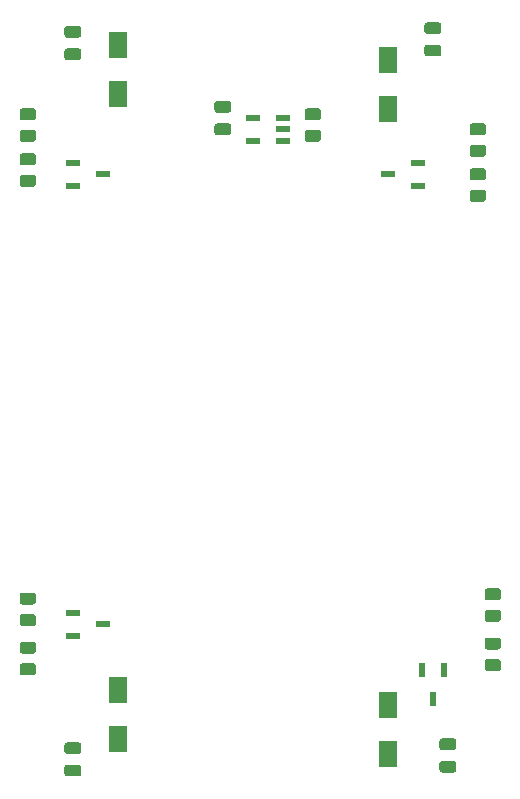
<source format=gbr>
%TF.GenerationSoftware,KiCad,Pcbnew,5.1.7-a382d34a8~88~ubuntu18.04.1*%
%TF.CreationDate,2021-04-24T17:29:33+03:00*%
%TF.ProjectId,quadimodo_pcb,71756164-696d-46f6-946f-5f7063622e6b,rev?*%
%TF.SameCoordinates,Original*%
%TF.FileFunction,Paste,Top*%
%TF.FilePolarity,Positive*%
%FSLAX46Y46*%
G04 Gerber Fmt 4.6, Leading zero omitted, Abs format (unit mm)*
G04 Created by KiCad (PCBNEW 5.1.7-a382d34a8~88~ubuntu18.04.1) date 2021-04-24 17:29:33*
%MOMM*%
%LPD*%
G01*
G04 APERTURE LIST*
%ADD10R,1.550000X2.200000*%
%ADD11R,1.200000X0.600000*%
%ADD12R,0.600000X1.200000*%
%ADD13R,1.210000X0.590000*%
G04 APERTURE END LIST*
D10*
%TO.C,D5*%
X36830000Y-29700000D03*
X36830000Y-33800000D03*
%TD*%
%TO.C,D4*%
X36830000Y-88410000D03*
X36830000Y-84310000D03*
%TD*%
%TO.C,D3*%
X59690000Y-30970000D03*
X59690000Y-35070000D03*
%TD*%
%TO.C,D2*%
X59690000Y-89680000D03*
X59690000Y-85580000D03*
%TD*%
D11*
%TO.C,Q4*%
X33040000Y-39690000D03*
X33040000Y-41590000D03*
X35540000Y-40640000D03*
%TD*%
%TO.C,Q3*%
X33040000Y-77790000D03*
X33040000Y-79690000D03*
X35540000Y-78740000D03*
%TD*%
%TO.C,Q2*%
X59710000Y-40640000D03*
X62210000Y-39690000D03*
X62210000Y-41590000D03*
%TD*%
D12*
%TO.C,Q1*%
X64450000Y-82570000D03*
X62550000Y-82570000D03*
X63500000Y-85070000D03*
%TD*%
D13*
%TO.C,U2*%
X50785000Y-37780000D03*
X50785000Y-36830000D03*
X50785000Y-35880000D03*
X48275000Y-35880000D03*
X48275000Y-37780000D03*
%TD*%
%TO.C,R9*%
G36*
G01*
X53790002Y-36072500D02*
X52889998Y-36072500D01*
G75*
G02*
X52640000Y-35822502I0J249998D01*
G01*
X52640000Y-35297498D01*
G75*
G02*
X52889998Y-35047500I249998J0D01*
G01*
X53790002Y-35047500D01*
G75*
G02*
X54040000Y-35297498I0J-249998D01*
G01*
X54040000Y-35822502D01*
G75*
G02*
X53790002Y-36072500I-249998J0D01*
G01*
G37*
G36*
G01*
X53790002Y-37897500D02*
X52889998Y-37897500D01*
G75*
G02*
X52640000Y-37647502I0J249998D01*
G01*
X52640000Y-37122498D01*
G75*
G02*
X52889998Y-36872500I249998J0D01*
G01*
X53790002Y-36872500D01*
G75*
G02*
X54040000Y-37122498I0J-249998D01*
G01*
X54040000Y-37647502D01*
G75*
G02*
X53790002Y-37897500I-249998J0D01*
G01*
G37*
%TD*%
%TO.C,C7*%
G36*
G01*
X33495000Y-29080000D02*
X32545000Y-29080000D01*
G75*
G02*
X32295000Y-28830000I0J250000D01*
G01*
X32295000Y-28330000D01*
G75*
G02*
X32545000Y-28080000I250000J0D01*
G01*
X33495000Y-28080000D01*
G75*
G02*
X33745000Y-28330000I0J-250000D01*
G01*
X33745000Y-28830000D01*
G75*
G02*
X33495000Y-29080000I-250000J0D01*
G01*
G37*
G36*
G01*
X33495000Y-30980000D02*
X32545000Y-30980000D01*
G75*
G02*
X32295000Y-30730000I0J250000D01*
G01*
X32295000Y-30230000D01*
G75*
G02*
X32545000Y-29980000I250000J0D01*
G01*
X33495000Y-29980000D01*
G75*
G02*
X33745000Y-30230000I0J-250000D01*
G01*
X33745000Y-30730000D01*
G75*
G02*
X33495000Y-30980000I-250000J0D01*
G01*
G37*
%TD*%
%TO.C,C6*%
G36*
G01*
X32545000Y-90620000D02*
X33495000Y-90620000D01*
G75*
G02*
X33745000Y-90870000I0J-250000D01*
G01*
X33745000Y-91370000D01*
G75*
G02*
X33495000Y-91620000I-250000J0D01*
G01*
X32545000Y-91620000D01*
G75*
G02*
X32295000Y-91370000I0J250000D01*
G01*
X32295000Y-90870000D01*
G75*
G02*
X32545000Y-90620000I250000J0D01*
G01*
G37*
G36*
G01*
X32545000Y-88720000D02*
X33495000Y-88720000D01*
G75*
G02*
X33745000Y-88970000I0J-250000D01*
G01*
X33745000Y-89470000D01*
G75*
G02*
X33495000Y-89720000I-250000J0D01*
G01*
X32545000Y-89720000D01*
G75*
G02*
X32295000Y-89470000I0J250000D01*
G01*
X32295000Y-88970000D01*
G75*
G02*
X32545000Y-88720000I250000J0D01*
G01*
G37*
%TD*%
%TO.C,C5*%
G36*
G01*
X63975000Y-28760000D02*
X63025000Y-28760000D01*
G75*
G02*
X62775000Y-28510000I0J250000D01*
G01*
X62775000Y-28010000D01*
G75*
G02*
X63025000Y-27760000I250000J0D01*
G01*
X63975000Y-27760000D01*
G75*
G02*
X64225000Y-28010000I0J-250000D01*
G01*
X64225000Y-28510000D01*
G75*
G02*
X63975000Y-28760000I-250000J0D01*
G01*
G37*
G36*
G01*
X63975000Y-30660000D02*
X63025000Y-30660000D01*
G75*
G02*
X62775000Y-30410000I0J250000D01*
G01*
X62775000Y-29910000D01*
G75*
G02*
X63025000Y-29660000I250000J0D01*
G01*
X63975000Y-29660000D01*
G75*
G02*
X64225000Y-29910000I0J-250000D01*
G01*
X64225000Y-30410000D01*
G75*
G02*
X63975000Y-30660000I-250000J0D01*
G01*
G37*
%TD*%
%TO.C,C4*%
G36*
G01*
X64295000Y-90300000D02*
X65245000Y-90300000D01*
G75*
G02*
X65495000Y-90550000I0J-250000D01*
G01*
X65495000Y-91050000D01*
G75*
G02*
X65245000Y-91300000I-250000J0D01*
G01*
X64295000Y-91300000D01*
G75*
G02*
X64045000Y-91050000I0J250000D01*
G01*
X64045000Y-90550000D01*
G75*
G02*
X64295000Y-90300000I250000J0D01*
G01*
G37*
G36*
G01*
X64295000Y-88400000D02*
X65245000Y-88400000D01*
G75*
G02*
X65495000Y-88650000I0J-250000D01*
G01*
X65495000Y-89150000D01*
G75*
G02*
X65245000Y-89400000I-250000J0D01*
G01*
X64295000Y-89400000D01*
G75*
G02*
X64045000Y-89150000I0J250000D01*
G01*
X64045000Y-88650000D01*
G75*
G02*
X64295000Y-88400000I250000J0D01*
G01*
G37*
%TD*%
%TO.C,C2*%
G36*
G01*
X46195000Y-35430000D02*
X45245000Y-35430000D01*
G75*
G02*
X44995000Y-35180000I0J250000D01*
G01*
X44995000Y-34680000D01*
G75*
G02*
X45245000Y-34430000I250000J0D01*
G01*
X46195000Y-34430000D01*
G75*
G02*
X46445000Y-34680000I0J-250000D01*
G01*
X46445000Y-35180000D01*
G75*
G02*
X46195000Y-35430000I-250000J0D01*
G01*
G37*
G36*
G01*
X46195000Y-37330000D02*
X45245000Y-37330000D01*
G75*
G02*
X44995000Y-37080000I0J250000D01*
G01*
X44995000Y-36580000D01*
G75*
G02*
X45245000Y-36330000I250000J0D01*
G01*
X46195000Y-36330000D01*
G75*
G02*
X46445000Y-36580000I0J-250000D01*
G01*
X46445000Y-37080000D01*
G75*
G02*
X46195000Y-37330000I-250000J0D01*
G01*
G37*
%TD*%
%TO.C,R8*%
G36*
G01*
X29660002Y-36072500D02*
X28759998Y-36072500D01*
G75*
G02*
X28510000Y-35822502I0J249998D01*
G01*
X28510000Y-35297498D01*
G75*
G02*
X28759998Y-35047500I249998J0D01*
G01*
X29660002Y-35047500D01*
G75*
G02*
X29910000Y-35297498I0J-249998D01*
G01*
X29910000Y-35822502D01*
G75*
G02*
X29660002Y-36072500I-249998J0D01*
G01*
G37*
G36*
G01*
X29660002Y-37897500D02*
X28759998Y-37897500D01*
G75*
G02*
X28510000Y-37647502I0J249998D01*
G01*
X28510000Y-37122498D01*
G75*
G02*
X28759998Y-36872500I249998J0D01*
G01*
X29660002Y-36872500D01*
G75*
G02*
X29910000Y-37122498I0J-249998D01*
G01*
X29910000Y-37647502D01*
G75*
G02*
X29660002Y-37897500I-249998J0D01*
G01*
G37*
%TD*%
%TO.C,R7*%
G36*
G01*
X28759998Y-40682500D02*
X29660002Y-40682500D01*
G75*
G02*
X29910000Y-40932498I0J-249998D01*
G01*
X29910000Y-41457502D01*
G75*
G02*
X29660002Y-41707500I-249998J0D01*
G01*
X28759998Y-41707500D01*
G75*
G02*
X28510000Y-41457502I0J249998D01*
G01*
X28510000Y-40932498D01*
G75*
G02*
X28759998Y-40682500I249998J0D01*
G01*
G37*
G36*
G01*
X28759998Y-38857500D02*
X29660002Y-38857500D01*
G75*
G02*
X29910000Y-39107498I0J-249998D01*
G01*
X29910000Y-39632502D01*
G75*
G02*
X29660002Y-39882500I-249998J0D01*
G01*
X28759998Y-39882500D01*
G75*
G02*
X28510000Y-39632502I0J249998D01*
G01*
X28510000Y-39107498D01*
G75*
G02*
X28759998Y-38857500I249998J0D01*
G01*
G37*
%TD*%
%TO.C,R6*%
G36*
G01*
X28759998Y-82037500D02*
X29660002Y-82037500D01*
G75*
G02*
X29910000Y-82287498I0J-249998D01*
G01*
X29910000Y-82812502D01*
G75*
G02*
X29660002Y-83062500I-249998J0D01*
G01*
X28759998Y-83062500D01*
G75*
G02*
X28510000Y-82812502I0J249998D01*
G01*
X28510000Y-82287498D01*
G75*
G02*
X28759998Y-82037500I249998J0D01*
G01*
G37*
G36*
G01*
X28759998Y-80212500D02*
X29660002Y-80212500D01*
G75*
G02*
X29910000Y-80462498I0J-249998D01*
G01*
X29910000Y-80987502D01*
G75*
G02*
X29660002Y-81237500I-249998J0D01*
G01*
X28759998Y-81237500D01*
G75*
G02*
X28510000Y-80987502I0J249998D01*
G01*
X28510000Y-80462498D01*
G75*
G02*
X28759998Y-80212500I249998J0D01*
G01*
G37*
%TD*%
%TO.C,R5*%
G36*
G01*
X67760002Y-37342500D02*
X66859998Y-37342500D01*
G75*
G02*
X66610000Y-37092502I0J249998D01*
G01*
X66610000Y-36567498D01*
G75*
G02*
X66859998Y-36317500I249998J0D01*
G01*
X67760002Y-36317500D01*
G75*
G02*
X68010000Y-36567498I0J-249998D01*
G01*
X68010000Y-37092502D01*
G75*
G02*
X67760002Y-37342500I-249998J0D01*
G01*
G37*
G36*
G01*
X67760002Y-39167500D02*
X66859998Y-39167500D01*
G75*
G02*
X66610000Y-38917502I0J249998D01*
G01*
X66610000Y-38392498D01*
G75*
G02*
X66859998Y-38142500I249998J0D01*
G01*
X67760002Y-38142500D01*
G75*
G02*
X68010000Y-38392498I0J-249998D01*
G01*
X68010000Y-38917502D01*
G75*
G02*
X67760002Y-39167500I-249998J0D01*
G01*
G37*
%TD*%
%TO.C,R4*%
G36*
G01*
X29660002Y-77070000D02*
X28759998Y-77070000D01*
G75*
G02*
X28510000Y-76820002I0J249998D01*
G01*
X28510000Y-76294998D01*
G75*
G02*
X28759998Y-76045000I249998J0D01*
G01*
X29660002Y-76045000D01*
G75*
G02*
X29910000Y-76294998I0J-249998D01*
G01*
X29910000Y-76820002D01*
G75*
G02*
X29660002Y-77070000I-249998J0D01*
G01*
G37*
G36*
G01*
X29660002Y-78895000D02*
X28759998Y-78895000D01*
G75*
G02*
X28510000Y-78645002I0J249998D01*
G01*
X28510000Y-78119998D01*
G75*
G02*
X28759998Y-77870000I249998J0D01*
G01*
X29660002Y-77870000D01*
G75*
G02*
X29910000Y-78119998I0J-249998D01*
G01*
X29910000Y-78645002D01*
G75*
G02*
X29660002Y-78895000I-249998J0D01*
G01*
G37*
%TD*%
%TO.C,R3*%
G36*
G01*
X66859998Y-41952500D02*
X67760002Y-41952500D01*
G75*
G02*
X68010000Y-42202498I0J-249998D01*
G01*
X68010000Y-42727502D01*
G75*
G02*
X67760002Y-42977500I-249998J0D01*
G01*
X66859998Y-42977500D01*
G75*
G02*
X66610000Y-42727502I0J249998D01*
G01*
X66610000Y-42202498D01*
G75*
G02*
X66859998Y-41952500I249998J0D01*
G01*
G37*
G36*
G01*
X66859998Y-40127500D02*
X67760002Y-40127500D01*
G75*
G02*
X68010000Y-40377498I0J-249998D01*
G01*
X68010000Y-40902502D01*
G75*
G02*
X67760002Y-41152500I-249998J0D01*
G01*
X66859998Y-41152500D01*
G75*
G02*
X66610000Y-40902502I0J249998D01*
G01*
X66610000Y-40377498D01*
G75*
G02*
X66859998Y-40127500I249998J0D01*
G01*
G37*
%TD*%
%TO.C,R2*%
G36*
G01*
X68129998Y-81680000D02*
X69030002Y-81680000D01*
G75*
G02*
X69280000Y-81929998I0J-249998D01*
G01*
X69280000Y-82455002D01*
G75*
G02*
X69030002Y-82705000I-249998J0D01*
G01*
X68129998Y-82705000D01*
G75*
G02*
X67880000Y-82455002I0J249998D01*
G01*
X67880000Y-81929998D01*
G75*
G02*
X68129998Y-81680000I249998J0D01*
G01*
G37*
G36*
G01*
X68129998Y-79855000D02*
X69030002Y-79855000D01*
G75*
G02*
X69280000Y-80104998I0J-249998D01*
G01*
X69280000Y-80630002D01*
G75*
G02*
X69030002Y-80880000I-249998J0D01*
G01*
X68129998Y-80880000D01*
G75*
G02*
X67880000Y-80630002I0J249998D01*
G01*
X67880000Y-80104998D01*
G75*
G02*
X68129998Y-79855000I249998J0D01*
G01*
G37*
%TD*%
%TO.C,R1*%
G36*
G01*
X69030002Y-76712500D02*
X68129998Y-76712500D01*
G75*
G02*
X67880000Y-76462502I0J249998D01*
G01*
X67880000Y-75937498D01*
G75*
G02*
X68129998Y-75687500I249998J0D01*
G01*
X69030002Y-75687500D01*
G75*
G02*
X69280000Y-75937498I0J-249998D01*
G01*
X69280000Y-76462502D01*
G75*
G02*
X69030002Y-76712500I-249998J0D01*
G01*
G37*
G36*
G01*
X69030002Y-78537500D02*
X68129998Y-78537500D01*
G75*
G02*
X67880000Y-78287502I0J249998D01*
G01*
X67880000Y-77762498D01*
G75*
G02*
X68129998Y-77512500I249998J0D01*
G01*
X69030002Y-77512500D01*
G75*
G02*
X69280000Y-77762498I0J-249998D01*
G01*
X69280000Y-78287502D01*
G75*
G02*
X69030002Y-78537500I-249998J0D01*
G01*
G37*
%TD*%
M02*

</source>
